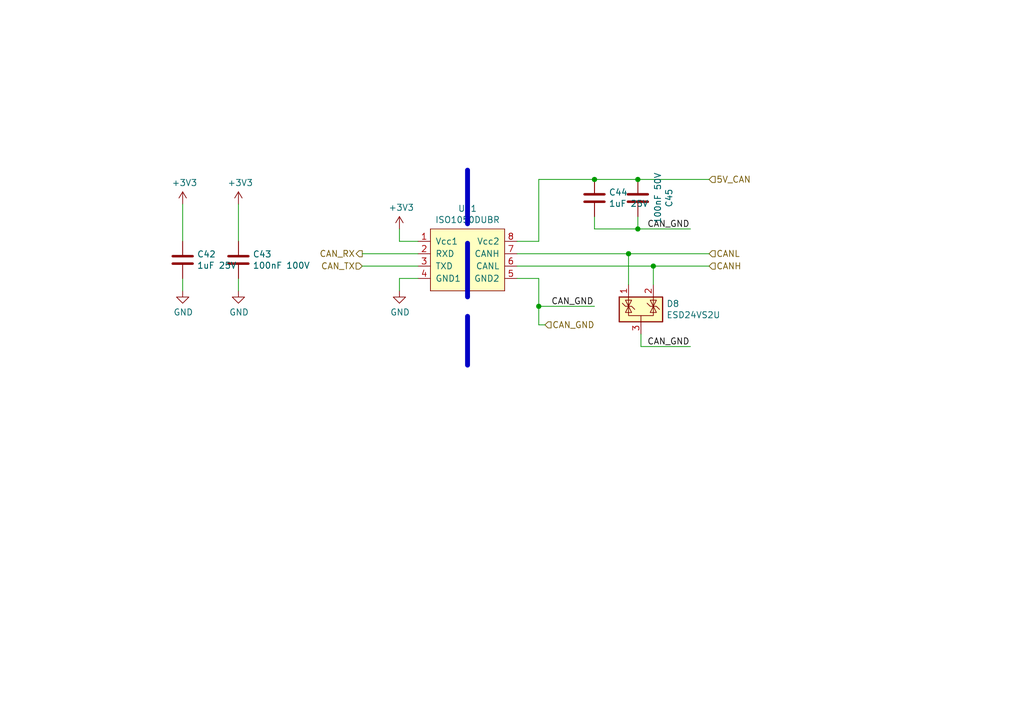
<source format=kicad_sch>
(kicad_sch (version 20230121) (generator eeschema)

  (uuid 54d99f00-ccf1-47ca-82dc-6abcb3aa298d)

  (paper "A5")

  (title_block
    (date "2023-10-19")
    (rev "V0.1")
    (company "teTra")
  )

  (lib_symbols
    (symbol "BMS-Master-rescue:+3.3V-power-BMS-Master-rescue" (power) (pin_names (offset 0)) (in_bom yes) (on_board yes)
      (property "Reference" "#PWR" (at 0 -3.81 0)
        (effects (font (size 1.27 1.27)) hide)
      )
      (property "Value" "+3.3V-power-BMS-Master-rescue" (at 0 3.556 0)
        (effects (font (size 1.27 1.27)))
      )
      (property "Footprint" "" (at 0 0 0)
        (effects (font (size 1.27 1.27)) hide)
      )
      (property "Datasheet" "" (at 0 0 0)
        (effects (font (size 1.27 1.27)) hide)
      )
      (symbol "+3.3V-power-BMS-Master-rescue_0_1"
        (polyline
          (pts
            (xy -0.762 1.27)
            (xy 0 2.54)
          )
          (stroke (width 0) (type solid))
          (fill (type none))
        )
        (polyline
          (pts
            (xy 0 0)
            (xy 0 2.54)
          )
          (stroke (width 0) (type solid))
          (fill (type none))
        )
        (polyline
          (pts
            (xy 0 2.54)
            (xy 0.762 1.27)
          )
          (stroke (width 0) (type solid))
          (fill (type none))
        )
      )
      (symbol "+3.3V-power-BMS-Master-rescue_1_1"
        (pin power_in line (at 0 0 90) (length 0) hide
          (name "+3V3" (effects (font (size 1.27 1.27))))
          (number "1" (effects (font (size 1.27 1.27))))
        )
      )
    )
    (symbol "BMS-Master-rescue:C-Device-BMS-Master-rescue" (pin_numbers hide) (pin_names (offset 0.254)) (in_bom yes) (on_board yes)
      (property "Reference" "C" (at 0.635 2.54 0)
        (effects (font (size 1.27 1.27)) (justify left))
      )
      (property "Value" "C-Device-BMS-Master-rescue" (at 0.635 -2.54 0)
        (effects (font (size 1.27 1.27)) (justify left))
      )
      (property "Footprint" "" (at 0.9652 -3.81 0)
        (effects (font (size 1.27 1.27)) hide)
      )
      (property "Datasheet" "" (at 0 0 0)
        (effects (font (size 1.27 1.27)) hide)
      )
      (property "ki_fp_filters" "*:C_*" (at 0 0 0)
        (effects (font (size 1.27 1.27)) hide)
      )
      (symbol "C-Device-BMS-Master-rescue_0_1"
        (polyline
          (pts
            (xy -2.032 -0.762)
            (xy 2.032 -0.762)
          )
          (stroke (width 0.508) (type solid))
          (fill (type none))
        )
        (polyline
          (pts
            (xy -2.032 0.762)
            (xy 2.032 0.762)
          )
          (stroke (width 0.508) (type solid))
          (fill (type none))
        )
      )
      (symbol "C-Device-BMS-Master-rescue_1_1"
        (pin passive line (at 0 3.81 270) (length 2.794)
          (name "~" (effects (font (size 1.27 1.27))))
          (number "1" (effects (font (size 1.27 1.27))))
        )
        (pin passive line (at 0 -3.81 90) (length 2.794)
          (name "~" (effects (font (size 1.27 1.27))))
          (number "2" (effects (font (size 1.27 1.27))))
        )
      )
    )
    (symbol "BMS-Master-rescue:GND-power-BMS-Master-rescue" (power) (pin_names (offset 0)) (in_bom yes) (on_board yes)
      (property "Reference" "#PWR" (at 0 -6.35 0)
        (effects (font (size 1.27 1.27)) hide)
      )
      (property "Value" "GND-power-BMS-Master-rescue" (at 0 -3.81 0)
        (effects (font (size 1.27 1.27)))
      )
      (property "Footprint" "" (at 0 0 0)
        (effects (font (size 1.27 1.27)) hide)
      )
      (property "Datasheet" "" (at 0 0 0)
        (effects (font (size 1.27 1.27)) hide)
      )
      (symbol "GND-power-BMS-Master-rescue_0_1"
        (polyline
          (pts
            (xy 0 0)
            (xy 0 -1.27)
            (xy 1.27 -1.27)
            (xy 0 -2.54)
            (xy -1.27 -1.27)
            (xy 0 -1.27)
          )
          (stroke (width 0) (type solid))
          (fill (type none))
        )
      )
      (symbol "GND-power-BMS-Master-rescue_1_1"
        (pin power_in line (at 0 0 270) (length 0) hide
          (name "GND" (effects (font (size 1.27 1.27))))
          (number "1" (effects (font (size 1.27 1.27))))
        )
      )
    )
    (symbol "ENNOID:ISO1050DUBR" (pin_names (offset 1.016)) (in_bom yes) (on_board yes)
      (property "Reference" "U" (at 0 7.62 0)
        (effects (font (size 1.27 1.27)))
      )
      (property "Value" "ISO1050DUBR" (at 0 -7.62 0)
        (effects (font (size 1.27 1.27)))
      )
      (property "Footprint" "" (at -2.54 -8.89 0)
        (effects (font (size 1.27 1.27)) hide)
      )
      (property "Datasheet" "" (at -2.54 -8.89 0)
        (effects (font (size 1.27 1.27)) hide)
      )
      (symbol "ISO1050DUBR_0_1"
        (rectangle (start -7.62 -6.35) (end 7.62 6.35)
          (stroke (width 0) (type solid))
          (fill (type background))
        )
      )
      (symbol "ISO1050DUBR_1_1"
        (pin power_in line (at -10.16 3.81 0) (length 2.54)
          (name "Vcc1" (effects (font (size 1.27 1.27))))
          (number "1" (effects (font (size 1.27 1.27))))
        )
        (pin input line (at -10.16 1.27 0) (length 2.54)
          (name "RXD" (effects (font (size 1.27 1.27))))
          (number "2" (effects (font (size 1.27 1.27))))
        )
        (pin output line (at -10.16 -1.27 0) (length 2.54)
          (name "TXD" (effects (font (size 1.27 1.27))))
          (number "3" (effects (font (size 1.27 1.27))))
        )
        (pin passive line (at -10.16 -3.81 0) (length 2.54)
          (name "GND1" (effects (font (size 1.27 1.27))))
          (number "4" (effects (font (size 1.27 1.27))))
        )
        (pin passive line (at 10.16 -3.81 180) (length 2.54)
          (name "GND2" (effects (font (size 1.27 1.27))))
          (number "5" (effects (font (size 1.27 1.27))))
        )
        (pin bidirectional line (at 10.16 -1.27 180) (length 2.54)
          (name "CANL" (effects (font (size 1.27 1.27))))
          (number "6" (effects (font (size 1.27 1.27))))
        )
        (pin bidirectional line (at 10.16 1.27 180) (length 2.54)
          (name "CANH" (effects (font (size 1.27 1.27))))
          (number "7" (effects (font (size 1.27 1.27))))
        )
        (pin power_in line (at 10.16 3.81 180) (length 2.54)
          (name "Vcc2" (effects (font (size 1.27 1.27))))
          (number "8" (effects (font (size 1.27 1.27))))
        )
      )
    )
    (symbol "Power_Protection:SZNUP2105L" (pin_names hide) (in_bom yes) (on_board yes)
      (property "Reference" "D" (at 5.715 2.54 0)
        (effects (font (size 1.27 1.27)) (justify left))
      )
      (property "Value" "SZNUP2105L" (at 5.715 0.635 0)
        (effects (font (size 1.27 1.27)) (justify left))
      )
      (property "Footprint" "Package_TO_SOT_SMD:SOT-23" (at 5.715 -1.27 0)
        (effects (font (size 1.27 1.27)) (justify left) hide)
      )
      (property "Datasheet" "http://www.onsemi.com/pub_link/Collateral/NUP2105L-D.PDF" (at 3.175 3.175 0)
        (effects (font (size 1.27 1.27)) hide)
      )
      (property "ki_keywords" "can esd protection suppression transient automotive" (at 0 0 0)
        (effects (font (size 1.27 1.27)) hide)
      )
      (property "ki_description" "Dual Line CAN Bus Protector, 24Vrwm, Automotive Grade" (at 0 0 0)
        (effects (font (size 1.27 1.27)) hide)
      )
      (property "ki_fp_filters" "SOT?23*" (at 0 0 0)
        (effects (font (size 1.27 1.27)) hide)
      )
      (symbol "SZNUP2105L_0_0"
        (pin passive line (at 0 -5.08 90) (length 2.54)
          (name "A" (effects (font (size 1.27 1.27))))
          (number "3" (effects (font (size 1.27 1.27))))
        )
      )
      (symbol "SZNUP2105L_0_1"
        (rectangle (start -4.445 2.54) (end 4.445 -2.54)
          (stroke (width 0.254) (type default))
          (fill (type background))
        )
        (polyline
          (pts
            (xy -2.54 2.54)
            (xy -2.54 0.635)
          )
          (stroke (width 0) (type default))
          (fill (type none))
        )
        (polyline
          (pts
            (xy 0 -1.27)
            (xy 0 -2.54)
          )
          (stroke (width 0) (type default))
          (fill (type none))
        )
        (polyline
          (pts
            (xy 2.54 2.54)
            (xy 2.54 0.635)
          )
          (stroke (width 0) (type default))
          (fill (type none))
        )
        (polyline
          (pts
            (xy -3.81 1.27)
            (xy -3.175 0.635)
            (xy -1.905 0.635)
            (xy -1.27 0)
          )
          (stroke (width 0) (type default))
          (fill (type none))
        )
        (polyline
          (pts
            (xy -2.54 0.635)
            (xy -2.54 -1.27)
            (xy 2.54 -1.27)
            (xy 2.54 0.635)
          )
          (stroke (width 0) (type default))
          (fill (type none))
        )
        (polyline
          (pts
            (xy -2.54 0.635)
            (xy -1.905 -0.635)
            (xy -3.175 -0.635)
            (xy -2.54 0.635)
          )
          (stroke (width 0) (type default))
          (fill (type none))
        )
        (polyline
          (pts
            (xy 2.54 0.635)
            (xy 1.905 -0.635)
            (xy 3.175 -0.635)
            (xy 2.54 0.635)
          )
          (stroke (width 0) (type default))
          (fill (type none))
        )
        (polyline
          (pts
            (xy 2.54 0.635)
            (xy 3.175 1.905)
            (xy 1.905 1.905)
            (xy 2.54 0.635)
          )
          (stroke (width 0) (type default))
          (fill (type none))
        )
        (polyline
          (pts
            (xy -2.54 0.635)
            (xy -3.175 1.905)
            (xy -1.905 1.905)
            (xy -2.54 0.635)
            (xy -2.54 1.27)
          )
          (stroke (width 0) (type default))
          (fill (type none))
        )
        (polyline
          (pts
            (xy 1.27 1.27)
            (xy 1.905 0.635)
            (xy 2.54 0.635)
            (xy 3.175 0.635)
            (xy 3.81 0)
          )
          (stroke (width 0) (type default))
          (fill (type none))
        )
      )
      (symbol "SZNUP2105L_1_1"
        (pin passive line (at -2.54 5.08 270) (length 2.54)
          (name "K" (effects (font (size 1.27 1.27))))
          (number "1" (effects (font (size 1.27 1.27))))
        )
        (pin passive line (at 2.54 5.08 270) (length 2.54)
          (name "K" (effects (font (size 1.27 1.27))))
          (number "2" (effects (font (size 1.27 1.27))))
        )
      )
    )
  )

  (junction (at 121.92 36.83) (diameter 0) (color 0 0 0 0)
    (uuid 2d88116c-b923-4a97-a65a-e0ae58cc5083)
  )
  (junction (at 130.81 46.99) (diameter 0) (color 0 0 0 0)
    (uuid 395c69d8-4221-4077-8fff-d263a5fb6a99)
  )
  (junction (at 110.49 62.865) (diameter 0) (color 0 0 0 0)
    (uuid 4f0fab5f-900f-4eac-8ddd-2fa09fc29ef9)
  )
  (junction (at 133.985 54.61) (diameter 0) (color 0 0 0 0)
    (uuid 7f14e26a-8130-4989-aa5b-7408d11d672c)
  )
  (junction (at 128.905 52.07) (diameter 0) (color 0 0 0 0)
    (uuid aa0cb370-9018-4c65-86f1-28f78a665f31)
  )
  (junction (at 130.81 36.83) (diameter 0) (color 0 0 0 0)
    (uuid f16fb9ce-4ceb-4144-85f7-25295e70efed)
  )

  (wire (pts (xy 121.92 44.45) (xy 121.92 46.99))
    (stroke (width 0) (type default))
    (uuid 00b64fb5-32b0-4631-8c2a-6b74185769d9)
  )
  (wire (pts (xy 145.415 36.83) (xy 130.81 36.83))
    (stroke (width 0) (type default))
    (uuid 0bdc05d6-d1d2-4273-9eb2-a397c4ff7e78)
  )
  (wire (pts (xy 48.895 41.91) (xy 48.895 49.53))
    (stroke (width 0) (type default))
    (uuid 0c5e0f44-46b7-4c2f-b334-a0520ecab97e)
  )
  (wire (pts (xy 130.81 44.45) (xy 130.81 46.99))
    (stroke (width 0) (type default))
    (uuid 0fbd5a2a-5c6e-4606-b352-36305433f701)
  )
  (wire (pts (xy 130.81 36.83) (xy 121.92 36.83))
    (stroke (width 0) (type default))
    (uuid 1265992d-e59e-4949-b0c8-975e0fbae272)
  )
  (wire (pts (xy 74.295 52.07) (xy 85.725 52.07))
    (stroke (width 0) (type default))
    (uuid 1748eff8-6036-4a5b-9a35-c24b1adcd171)
  )
  (wire (pts (xy 131.445 68.58) (xy 131.445 71.12))
    (stroke (width 0) (type default))
    (uuid 174f6d38-7f9f-42d4-8d23-8bf16a87f984)
  )
  (wire (pts (xy 106.045 52.07) (xy 128.905 52.07))
    (stroke (width 0) (type default))
    (uuid 1a6b4a06-f95b-4bbb-abff-9dbfd62c71f3)
  )
  (wire (pts (xy 110.49 57.15) (xy 110.49 62.865))
    (stroke (width 0) (type default))
    (uuid 224f0641-606e-47a2-82b5-a9addde20803)
  )
  (wire (pts (xy 37.465 57.15) (xy 37.465 59.69))
    (stroke (width 0) (type default))
    (uuid 2da448fd-4e9b-4c98-8520-e1cc80ed96e6)
  )
  (polyline (pts (xy 95.885 34.925) (xy 95.885 74.93))
    (stroke (width 1) (type dash))
    (uuid 38e72973-7816-4127-b921-f48dad51c369)
  )

  (wire (pts (xy 130.81 46.99) (xy 141.605 46.99))
    (stroke (width 0) (type default))
    (uuid 3c4936d0-ac7b-401d-b3ef-54e453e9df9a)
  )
  (wire (pts (xy 110.49 66.675) (xy 110.49 62.865))
    (stroke (width 0) (type default))
    (uuid 4fc4e4b9-08e1-415d-a983-21c45f22ac84)
  )
  (wire (pts (xy 110.49 62.865) (xy 121.92 62.865))
    (stroke (width 0) (type default))
    (uuid 560b45d9-21b2-4043-843b-d50328404546)
  )
  (wire (pts (xy 128.905 52.07) (xy 145.415 52.07))
    (stroke (width 0) (type default))
    (uuid 575a48f7-d034-4384-ae34-6ca461f114aa)
  )
  (wire (pts (xy 133.985 58.42) (xy 133.985 54.61))
    (stroke (width 0) (type default))
    (uuid 5c0125c0-7280-462e-ab81-eb9cb0212ab8)
  )
  (wire (pts (xy 37.465 41.91) (xy 37.465 49.53))
    (stroke (width 0) (type default))
    (uuid 67c3dc43-d80d-4f58-9c43-65a2a5e1f6b5)
  )
  (wire (pts (xy 128.905 58.42) (xy 128.905 52.07))
    (stroke (width 0) (type default))
    (uuid 70ed37a3-0e55-4ea2-8d86-8dde83b144b1)
  )
  (wire (pts (xy 110.49 36.83) (xy 110.49 49.53))
    (stroke (width 0) (type default))
    (uuid 76c83a1a-310e-4a55-9e35-42ffe6dcdf2b)
  )
  (wire (pts (xy 131.445 71.12) (xy 141.605 71.12))
    (stroke (width 0) (type default))
    (uuid 7b51b4bb-d7ee-40d1-99c8-e62ee699f984)
  )
  (wire (pts (xy 133.985 54.61) (xy 145.415 54.61))
    (stroke (width 0) (type default))
    (uuid 7ef482fa-4409-47f7-a2a0-e1d269d1b20a)
  )
  (wire (pts (xy 121.92 46.99) (xy 130.81 46.99))
    (stroke (width 0) (type default))
    (uuid 80e5f19f-c19f-4916-8979-bc1521ba9b8b)
  )
  (wire (pts (xy 110.49 57.15) (xy 106.045 57.15))
    (stroke (width 0) (type default))
    (uuid 823fbff9-8119-4139-93f5-74d14d38d17f)
  )
  (wire (pts (xy 111.76 66.675) (xy 110.49 66.675))
    (stroke (width 0) (type default))
    (uuid 83d1fc11-086c-4511-8742-79d9b18a6964)
  )
  (wire (pts (xy 85.725 57.15) (xy 81.915 57.15))
    (stroke (width 0) (type default))
    (uuid 8847f8d3-eade-47b6-83c7-078e0a393876)
  )
  (wire (pts (xy 81.915 57.15) (xy 81.915 59.69))
    (stroke (width 0) (type default))
    (uuid a9114a75-99ef-429a-8e52-3304152074ae)
  )
  (wire (pts (xy 110.49 49.53) (xy 106.045 49.53))
    (stroke (width 0) (type default))
    (uuid acaae673-63ce-4c89-803d-6cf6be440cda)
  )
  (wire (pts (xy 48.895 57.15) (xy 48.895 59.69))
    (stroke (width 0) (type default))
    (uuid b1e0c633-f479-42e6-812c-6e5f8de7d92d)
  )
  (wire (pts (xy 121.92 36.83) (xy 110.49 36.83))
    (stroke (width 0) (type default))
    (uuid b9834e71-0c46-4e97-8519-46c4317a980d)
  )
  (wire (pts (xy 74.295 54.61) (xy 85.725 54.61))
    (stroke (width 0) (type default))
    (uuid dc3ffcf2-64b4-4e2b-ad98-baa880c9bdaa)
  )
  (wire (pts (xy 81.915 46.99) (xy 81.915 49.53))
    (stroke (width 0) (type default))
    (uuid e0030542-2555-4300-9646-9dc479928552)
  )
  (wire (pts (xy 106.045 54.61) (xy 133.985 54.61))
    (stroke (width 0) (type default))
    (uuid f320dd82-c035-4771-bd5a-b72fa3b05570)
  )
  (wire (pts (xy 81.915 49.53) (xy 85.725 49.53))
    (stroke (width 0) (type default))
    (uuid ffea8639-a158-4311-8012-d5b4ed25d488)
  )

  (label "CAN_GND" (at 132.715 46.99 0) (fields_autoplaced)
    (effects (font (size 1.27 1.27)) (justify left bottom))
    (uuid 14a23451-337b-45f2-ae88-9af419a9f96f)
  )
  (label "CAN_GND" (at 113.03 62.865 0) (fields_autoplaced)
    (effects (font (size 1.27 1.27)) (justify left bottom))
    (uuid 6568f6af-6e8c-4a5d-b207-167c42699662)
  )
  (label "CAN_GND" (at 132.715 71.12 0) (fields_autoplaced)
    (effects (font (size 1.27 1.27)) (justify left bottom))
    (uuid 79163615-bc46-4c29-bb6d-d2a0c4d84d6b)
  )

  (hierarchical_label "CANH" (shape input) (at 145.415 54.61 0) (fields_autoplaced)
    (effects (font (size 1.27 1.27)) (justify left))
    (uuid 0d52cd9b-e2d6-475c-8ea0-f2d267140eed)
  )
  (hierarchical_label "CANL" (shape input) (at 145.415 52.07 0) (fields_autoplaced)
    (effects (font (size 1.27 1.27)) (justify left))
    (uuid 163af1d0-a0ee-41f7-aad5-7caf225f0996)
  )
  (hierarchical_label "5V_CAN" (shape input) (at 145.415 36.83 0) (fields_autoplaced)
    (effects (font (size 1.27 1.27)) (justify left))
    (uuid 2d24b40a-984d-4692-8031-510f9876f389)
  )
  (hierarchical_label "CAN_GND" (shape input) (at 111.76 66.675 0) (fields_autoplaced)
    (effects (font (size 1.27 1.27)) (justify left))
    (uuid 915e76a0-e240-436c-9287-df66fd8f72d9)
  )
  (hierarchical_label "CAN_RX" (shape output) (at 74.295 52.07 180) (fields_autoplaced)
    (effects (font (size 1.27 1.27)) (justify right))
    (uuid c79ee05b-dc23-47b6-b149-58eb17b48a4b)
  )
  (hierarchical_label "CAN_TX" (shape input) (at 74.295 54.61 180) (fields_autoplaced)
    (effects (font (size 1.27 1.27)) (justify right))
    (uuid f5d24d76-773c-463c-a876-3580799e9351)
  )

  (symbol (lib_id "ENNOID:ISO1050DUBR") (at 95.885 53.34 0) (unit 1)
    (in_bom yes) (on_board yes) (dnp no)
    (uuid 00000000-0000-0000-0000-00005a91e99c)
    (property "Reference" "U11" (at 95.885 42.799 0)
      (effects (font (size 1.27 1.27)))
    )
    (property "Value" "ISO1050DUBR" (at 95.885 45.1104 0)
      (effects (font (size 1.27 1.27)))
    )
    (property "Footprint" "Package_SO:SOP-8_6.62x9.15mm_P2.54mm" (at 93.345 62.23 0)
      (effects (font (size 1.27 1.27)) hide)
    )
    (property "Datasheet" "https://www.ti.com/general/docs/suppproductinfo.tsp?distId=10&gotoUrl=https%3A%2F%2Fwww.ti.com%2Flit%2Fgpn%2Fiso1050" (at 93.345 62.23 0)
      (effects (font (size 1.27 1.27)) hide)
    )
    (property "MPN" "ISO1050DUBR" (at 95.885 53.34 0)
      (effects (font (size 1.27 1.27)) hide)
    )
    (property "Description" "1/1 Transceiver, Isolated Half CANbus 8-SOP" (at 95.885 53.34 0)
      (effects (font (size 1.27 1.27)) hide)
    )
    (property "Link" "https://www.digikey.jp/en/products/detail/texas-instruments/ISO1050DUBR/2094633?s=N4IgTCBcDaIJIGUDyBGADAVjQEQKoCEAlEAXQF8g" (at 95.885 53.34 0)
      (effects (font (size 1.27 1.27)) hide)
    )
    (pin "1" (uuid 234b8100-88bf-4866-9a85-4dd9f94c0cf1))
    (pin "2" (uuid a3ca9b9d-8601-413b-b585-8064e5544b95))
    (pin "3" (uuid 10bcb4f5-04ae-4242-9731-a55417125bb6))
    (pin "4" (uuid 203fd633-2976-4236-acb4-9300dbb6c8bf))
    (pin "5" (uuid f8e7d066-df9d-440a-ab9d-46ec1606443e))
    (pin "6" (uuid e45952b2-1f8b-4f0f-9427-287866490f17))
    (pin "7" (uuid 75a2adb6-a546-4a95-9b4c-41860f5240d2))
    (pin "8" (uuid 3a928ef3-dac6-4fd7-a31c-1f737a17eda5))
    (instances
      (project "LTC6811_ESP32_V1.0"
        (path "/6a86ff6f-b159-4c4c-8a40-e732cc82e010/00000000-0000-0000-0000-00005a91e16c"
          (reference "U11") (unit 1)
        )
      )
    )
  )

  (symbol (lib_id "BMS-Master-rescue:+3.3V-power-BMS-Master-rescue") (at 81.915 46.99 0) (unit 1)
    (in_bom yes) (on_board yes) (dnp no)
    (uuid 00000000-0000-0000-0000-00005a91ea58)
    (property "Reference" "#PWR074" (at 81.915 50.8 0)
      (effects (font (size 1.27 1.27)) hide)
    )
    (property "Value" "+3.3V" (at 82.296 42.5958 0)
      (effects (font (size 1.27 1.27)))
    )
    (property "Footprint" "" (at 81.915 46.99 0)
      (effects (font (size 1.27 1.27)) hide)
    )
    (property "Datasheet" "" (at 81.915 46.99 0)
      (effects (font (size 1.27 1.27)) hide)
    )
    (pin "1" (uuid e7c4f9f5-e82a-471b-9242-e3136f085568))
    (instances
      (project "LTC6811_ESP32_V1.0"
        (path "/6a86ff6f-b159-4c4c-8a40-e732cc82e010/00000000-0000-0000-0000-00005a91e16c"
          (reference "#PWR074") (unit 1)
        )
        (path "/6a86ff6f-b159-4c4c-8a40-e732cc82e010"
          (reference "#PWR0183") (unit 1)
        )
      )
    )
  )

  (symbol (lib_id "BMS-Master-rescue:GND-power-BMS-Master-rescue") (at 81.915 59.69 0) (unit 1)
    (in_bom yes) (on_board yes) (dnp no)
    (uuid 00000000-0000-0000-0000-00005a91eadf)
    (property "Reference" "#PWR075" (at 81.915 66.04 0)
      (effects (font (size 1.27 1.27)) hide)
    )
    (property "Value" "GND" (at 82.042 64.0842 0)
      (effects (font (size 1.27 1.27)))
    )
    (property "Footprint" "" (at 81.915 59.69 0)
      (effects (font (size 1.27 1.27)) hide)
    )
    (property "Datasheet" "" (at 81.915 59.69 0)
      (effects (font (size 1.27 1.27)) hide)
    )
    (pin "1" (uuid da920add-4dff-4e17-9ca9-be24608e5c8d))
    (instances
      (project "LTC6811_ESP32_V1.0"
        (path "/6a86ff6f-b159-4c4c-8a40-e732cc82e010/00000000-0000-0000-0000-00005a91e16c"
          (reference "#PWR075") (unit 1)
        )
      )
    )
  )

  (symbol (lib_id "BMS-Master-rescue:C-Device-BMS-Master-rescue") (at 48.895 53.34 0) (unit 1)
    (in_bom yes) (on_board yes) (dnp no)
    (uuid 00000000-0000-0000-0000-00005a91eb41)
    (property "Reference" "C43" (at 51.816 52.1716 0)
      (effects (font (size 1.27 1.27)) (justify left))
    )
    (property "Value" "100nF 100V" (at 51.816 54.483 0)
      (effects (font (size 1.27 1.27)) (justify left))
    )
    (property "Footprint" "Capacitor_SMD:C_0603_1608Metric" (at 49.8602 57.15 0)
      (effects (font (size 1.27 1.27)) hide)
    )
    (property "Datasheet" "https://www.digikey.jp/en/products/detail/samsung-electro-mechanics/CL10B104KC8NNNC/5961291?s=N4IgTCBcDaIMIBkCMAGAQqgLAaTgDgDki4AdEkAXQF8g" (at 48.895 53.34 0)
      (effects (font (size 1.27 1.27)) hide)
    )
    (property "MPN" "CL10B104KC8NNNC" (at 48.895 53.34 0)
      (effects (font (size 1.27 1.27)) hide)
    )
    (property "Description" "0.1 µF ±10% 100V Ceramic Capacitor X7R 0603 (1608 Metric)" (at 48.895 53.34 0)
      (effects (font (size 1.27 1.27)) hide)
    )
    (property "Link" "https://www.digikey.jp/en/products/detail/samsung-electro-mechanics/CL10B104KC8NNNC/5961291?s=N4IgTCBcDaIMIBkCMAGAQqgLAaTgDgDki4QBdAXyA" (at 48.895 53.34 0)
      (effects (font (size 1.27 1.27)) hide)
    )
    (pin "1" (uuid d36b0c03-3e75-44fe-b54e-2bdb5b276345))
    (pin "2" (uuid 6e2d1273-83eb-495e-8a8e-77cb5b3aff55))
    (instances
      (project "LTC6811_ESP32_V1.0"
        (path "/6a86ff6f-b159-4c4c-8a40-e732cc82e010/00000000-0000-0000-0000-00005a91e16c"
          (reference "C43") (unit 1)
        )
      )
    )
  )

  (symbol (lib_id "BMS-Master-rescue:+3.3V-power-BMS-Master-rescue") (at 48.895 41.91 0) (unit 1)
    (in_bom yes) (on_board yes) (dnp no)
    (uuid 00000000-0000-0000-0000-00005a91eb6b)
    (property "Reference" "#PWR072" (at 48.895 45.72 0)
      (effects (font (size 1.27 1.27)) hide)
    )
    (property "Value" "+3.3V" (at 49.276 37.5158 0)
      (effects (font (size 1.27 1.27)))
    )
    (property "Footprint" "" (at 48.895 41.91 0)
      (effects (font (size 1.27 1.27)) hide)
    )
    (property "Datasheet" "" (at 48.895 41.91 0)
      (effects (font (size 1.27 1.27)) hide)
    )
    (pin "1" (uuid cce44f90-bc33-4123-ae92-424a82a09d10))
    (instances
      (project "LTC6811_ESP32_V1.0"
        (path "/6a86ff6f-b159-4c4c-8a40-e732cc82e010/00000000-0000-0000-0000-00005a91e16c"
          (reference "#PWR072") (unit 1)
        )
        (path "/6a86ff6f-b159-4c4c-8a40-e732cc82e010"
          (reference "#PWR0185") (unit 1)
        )
      )
    )
  )

  (symbol (lib_id "BMS-Master-rescue:GND-power-BMS-Master-rescue") (at 48.895 59.69 0) (unit 1)
    (in_bom yes) (on_board yes) (dnp no)
    (uuid 00000000-0000-0000-0000-00005a91eba8)
    (property "Reference" "#PWR073" (at 48.895 66.04 0)
      (effects (font (size 1.27 1.27)) hide)
    )
    (property "Value" "GND" (at 49.022 64.0842 0)
      (effects (font (size 1.27 1.27)))
    )
    (property "Footprint" "" (at 48.895 59.69 0)
      (effects (font (size 1.27 1.27)) hide)
    )
    (property "Datasheet" "" (at 48.895 59.69 0)
      (effects (font (size 1.27 1.27)) hide)
    )
    (pin "1" (uuid e9f24b9c-a8a4-49ee-8c10-03477a8fc0fb))
    (instances
      (project "LTC6811_ESP32_V1.0"
        (path "/6a86ff6f-b159-4c4c-8a40-e732cc82e010/00000000-0000-0000-0000-00005a91e16c"
          (reference "#PWR073") (unit 1)
        )
      )
    )
  )

  (symbol (lib_id "BMS-Master-rescue:C-Device-BMS-Master-rescue") (at 37.465 53.34 0) (unit 1)
    (in_bom yes) (on_board yes) (dnp no)
    (uuid 00000000-0000-0000-0000-00005a924642)
    (property "Reference" "C42" (at 40.386 52.1716 0)
      (effects (font (size 1.27 1.27)) (justify left))
    )
    (property "Value" "1uF 25V" (at 40.386 54.483 0)
      (effects (font (size 1.27 1.27)) (justify left))
    )
    (property "Footprint" "Capacitor_SMD:C_0603_1608Metric" (at 38.4302 57.15 0)
      (effects (font (size 1.27 1.27)) hide)
    )
    (property "Datasheet" "https://mm.digikey.com/Volume0/opasdata/d220001/medias/docus/4562/0603B105K250XD.pdf" (at 37.465 53.34 0)
      (effects (font (size 1.27 1.27)) hide)
    )
    (property "MPN" "0603B105K250XD" (at 37.465 53.34 0)
      (effects (font (size 1.27 1.27)) hide)
    )
    (property "Description" "1 µF ±10% 25V Ceramic Capacitor X7R 0603 (1608 Metric)" (at 37.465 53.34 0)
      (effects (font (size 1.27 1.27)) hide)
    )
    (property "Link" "https://www.digikey.jp/en/products/detail/nextgen-components/0603B105K250XD/14670931" (at 37.465 53.34 0)
      (effects (font (size 1.27 1.27)) hide)
    )
    (pin "1" (uuid 8bcab11c-2848-49c0-8d69-3f9c26c99b10))
    (pin "2" (uuid eefc057d-a4d3-4b04-9f9d-c8c256faac0d))
    (instances
      (project "LTC6811_ESP32_V1.0"
        (path "/6a86ff6f-b159-4c4c-8a40-e732cc82e010/00000000-0000-0000-0000-00005a91e16c"
          (reference "C42") (unit 1)
        )
      )
    )
  )

  (symbol (lib_id "BMS-Master-rescue:+3.3V-power-BMS-Master-rescue") (at 37.465 41.91 0) (unit 1)
    (in_bom yes) (on_board yes) (dnp no)
    (uuid 00000000-0000-0000-0000-00005a924c1d)
    (property "Reference" "#PWR070" (at 37.465 45.72 0)
      (effects (font (size 1.27 1.27)) hide)
    )
    (property "Value" "+3.3V" (at 37.846 37.5158 0)
      (effects (font (size 1.27 1.27)))
    )
    (property "Footprint" "" (at 37.465 41.91 0)
      (effects (font (size 1.27 1.27)) hide)
    )
    (property "Datasheet" "" (at 37.465 41.91 0)
      (effects (font (size 1.27 1.27)) hide)
    )
    (pin "1" (uuid c26a763e-ff8f-4eaa-bafa-70c01fef5a23))
    (instances
      (project "LTC6811_ESP32_V1.0"
        (path "/6a86ff6f-b159-4c4c-8a40-e732cc82e010/00000000-0000-0000-0000-00005a91e16c"
          (reference "#PWR070") (unit 1)
        )
        (path "/6a86ff6f-b159-4c4c-8a40-e732cc82e010"
          (reference "#PWR0187") (unit 1)
        )
      )
    )
  )

  (symbol (lib_id "BMS-Master-rescue:GND-power-BMS-Master-rescue") (at 37.465 59.69 0) (unit 1)
    (in_bom yes) (on_board yes) (dnp no)
    (uuid 00000000-0000-0000-0000-00005a925217)
    (property "Reference" "#PWR071" (at 37.465 66.04 0)
      (effects (font (size 1.27 1.27)) hide)
    )
    (property "Value" "GND" (at 37.592 64.0842 0)
      (effects (font (size 1.27 1.27)))
    )
    (property "Footprint" "" (at 37.465 59.69 0)
      (effects (font (size 1.27 1.27)) hide)
    )
    (property "Datasheet" "" (at 37.465 59.69 0)
      (effects (font (size 1.27 1.27)) hide)
    )
    (pin "1" (uuid c37f830f-33cf-474d-a13f-1c6a9f6a8b40))
    (instances
      (project "LTC6811_ESP32_V1.0"
        (path "/6a86ff6f-b159-4c4c-8a40-e732cc82e010/00000000-0000-0000-0000-00005a91e16c"
          (reference "#PWR071") (unit 1)
        )
      )
    )
  )

  (symbol (lib_id "BMS-Master-rescue:C-Device-BMS-Master-rescue") (at 130.81 40.64 180) (unit 1)
    (in_bom yes) (on_board yes) (dnp no)
    (uuid 00000000-0000-0000-0000-00005c24ae55)
    (property "Reference" "C45" (at 137.2108 40.64 90)
      (effects (font (size 1.27 1.27)))
    )
    (property "Value" "100nF 50V" (at 134.8994 40.64 90)
      (effects (font (size 1.27 1.27)))
    )
    (property "Footprint" "Capacitor_SMD:C_0603_1608Metric" (at 129.8448 36.83 0)
      (effects (font (size 1.27 1.27)) hide)
    )
    (property "Datasheet" "https://mm.digikey.com/Volume0/opasdata/d220001/medias/docus/4564/0603B104K500XD.pdf" (at 130.81 40.64 0)
      (effects (font (size 1.27 1.27)) hide)
    )
    (property "MPN" "0603B104K500XD" (at 130.81 40.64 0)
      (effects (font (size 1.27 1.27)) hide)
    )
    (property "Description" "0.1 µF ±10% 50V Ceramic Capacitor X7R 0603 (1608 Metric)" (at 130.81 40.64 0)
      (effects (font (size 1.27 1.27)) hide)
    )
    (property "Link" "https://www.digikey.jp/en/products/detail/nextgen-components/0603B104K500XD/15761336" (at 130.81 40.64 0)
      (effects (font (size 1.27 1.27)) hide)
    )
    (pin "1" (uuid bf9b8328-9cbd-450e-af1b-e8f08b193c6f))
    (pin "2" (uuid 84e92f33-61e1-4205-b9b6-570c8262ff94))
    (instances
      (project "LTC6811_ESP32_V1.0"
        (path "/6a86ff6f-b159-4c4c-8a40-e732cc82e010/00000000-0000-0000-0000-00005a91e16c"
          (reference "C45") (unit 1)
        )
      )
    )
  )

  (symbol (lib_id "BMS-Master-rescue:C-Device-BMS-Master-rescue") (at 121.92 40.64 0) (unit 1)
    (in_bom yes) (on_board yes) (dnp no)
    (uuid 00000000-0000-0000-0000-00005c24b678)
    (property "Reference" "C44" (at 124.841 39.4716 0)
      (effects (font (size 1.27 1.27)) (justify left))
    )
    (property "Value" "1uF 25V" (at 124.841 41.783 0)
      (effects (font (size 1.27 1.27)) (justify left))
    )
    (property "Footprint" "Capacitor_SMD:C_0603_1608Metric" (at 122.8852 44.45 0)
      (effects (font (size 1.27 1.27)) hide)
    )
    (property "Datasheet" "https://mm.digikey.com/Volume0/opasdata/d220001/medias/docus/4562/0603B105K250XD.pdf" (at 121.92 40.64 0)
      (effects (font (size 1.27 1.27)) hide)
    )
    (property "MPN" "0603B105K250XD" (at 121.92 40.64 0)
      (effects (font (size 1.27 1.27)) hide)
    )
    (property "Description" "1 µF ±10% 25V Ceramic Capacitor X7R 0603 (1608 Metric)" (at 121.92 40.64 0)
      (effects (font (size 1.27 1.27)) hide)
    )
    (property "Link" "https://www.digikey.jp/en/products/detail/nextgen-components/0603B105K250XD/14670931" (at 121.92 40.64 0)
      (effects (font (size 1.27 1.27)) hide)
    )
    (pin "1" (uuid 6ab5c48f-6dc3-4459-9cd5-86968aaa8338))
    (pin "2" (uuid 8c87ec5a-5280-49fa-ae6b-9102794c015f))
    (instances
      (project "LTC6811_ESP32_V1.0"
        (path "/6a86ff6f-b159-4c4c-8a40-e732cc82e010/00000000-0000-0000-0000-00005a91e16c"
          (reference "C44") (unit 1)
        )
      )
    )
  )

  (symbol (lib_id "Power_Protection:SZNUP2105L") (at 131.445 63.5 0) (unit 1)
    (in_bom yes) (on_board yes) (dnp no)
    (uuid 00000000-0000-0000-0000-00005c258d40)
    (property "Reference" "D8" (at 136.652 62.3316 0)
      (effects (font (size 1.27 1.27)) (justify left))
    )
    (property "Value" "ESD24VS2U" (at 136.652 64.643 0)
      (effects (font (size 1.27 1.27)) (justify left))
    )
    (property "Footprint" "Package_TO_SOT_SMD:SOT-23" (at 137.16 64.77 0)
      (effects (font (size 1.27 1.27)) (justify left) hide)
    )
    (property "Datasheet" "https://www.infineon.com/dgdl/Infineon-ESD24VS2U-DS-v01_01-en.pdf?fileId=db3a3043340fff53013413a2249d2ff3" (at 134.62 60.325 0)
      (effects (font (size 1.27 1.27)) hide)
    )
    (property "MPN" "ESD24VS2UE6327HTSA1" (at 131.445 63.5 0)
      (effects (font (size 1.27 1.27)) hide)
    )
    (property "Description" "41V Clamp 5A (8/20µs) Ipp Tvs Diode Surface Mount PG-SOT23" (at 131.445 63.5 0)
      (effects (font (size 1.27 1.27)) hide)
    )
    (property "Link" "https://www.digikey.jp/en/products/detail/infineon-technologies/ESD24VS2UE6327HTSA1/1785650" (at 131.445 63.5 0)
      (effects (font (size 1.27 1.27)) hide)
    )
    (pin "3" (uuid d196ac23-53ca-4d9c-8408-c96fbf06c307))
    (pin "1" (uuid 0cd30ea6-8e1f-4540-aae2-8cebede8e78e))
    (pin "2" (uuid a4dace47-d36a-4993-826f-fce4ade0903b))
    (instances
      (project "LTC6811_ESP32_V1.0"
        (path "/6a86ff6f-b159-4c4c-8a40-e732cc82e010/00000000-0000-0000-0000-00005a91e16c"
          (reference "D8") (unit 1)
        )
      )
    )
  )
)

</source>
